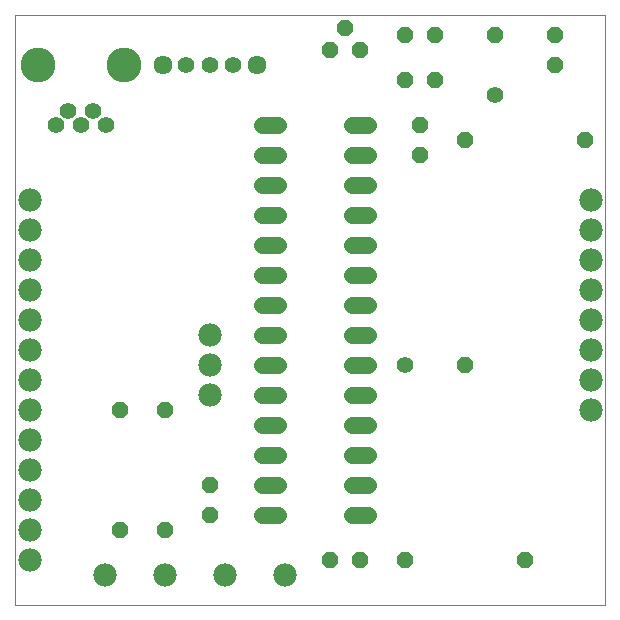
<source format=gbs>
G75*
%MOIN*%
%OFA0B0*%
%FSLAX25Y25*%
%IPPOS*%
%LPD*%
%AMOC8*
5,1,8,0,0,1.08239X$1,22.5*
%
%ADD10C,0.00000*%
%ADD11OC8,0.05600*%
%ADD12C,0.05600*%
%ADD13C,0.05550*%
%ADD14C,0.11620*%
%ADD15C,0.05600*%
%ADD16C,0.07800*%
%ADD17C,0.06337*%
D10*
X0001800Y0001800D02*
X0001800Y0198650D01*
X0198650Y0198650D01*
X0198650Y0001800D01*
X0001800Y0001800D01*
D11*
X0036800Y0026800D03*
X0051800Y0026800D03*
X0066800Y0031800D03*
X0066800Y0041800D03*
X0051800Y0066800D03*
X0036800Y0066800D03*
X0106800Y0016800D03*
X0116800Y0016800D03*
X0131800Y0016800D03*
X0171800Y0016800D03*
X0151800Y0081800D03*
X0136800Y0151800D03*
X0136800Y0161800D03*
X0131800Y0176800D03*
X0141800Y0176800D03*
X0141800Y0191800D03*
X0131800Y0191800D03*
X0116800Y0186800D03*
X0111800Y0194300D03*
X0106800Y0186800D03*
X0151800Y0156800D03*
X0181800Y0181800D03*
X0181800Y0191800D03*
X0161800Y0191800D03*
X0191800Y0156800D03*
D12*
X0161800Y0171800D03*
X0131800Y0081800D03*
D13*
X0032099Y0161721D03*
X0027950Y0166446D03*
X0023800Y0161721D03*
X0019650Y0166446D03*
X0015501Y0161721D03*
X0058926Y0181800D03*
X0066800Y0181800D03*
X0074674Y0181800D03*
D14*
X0038170Y0181800D03*
X0009430Y0181800D03*
D15*
X0084200Y0161800D02*
X0089400Y0161800D01*
X0089400Y0151800D02*
X0084200Y0151800D01*
X0084200Y0141800D02*
X0089400Y0141800D01*
X0089400Y0131800D02*
X0084200Y0131800D01*
X0084200Y0121800D02*
X0089400Y0121800D01*
X0089400Y0111800D02*
X0084200Y0111800D01*
X0084200Y0101800D02*
X0089400Y0101800D01*
X0089400Y0091800D02*
X0084200Y0091800D01*
X0084200Y0081800D02*
X0089400Y0081800D01*
X0089400Y0071800D02*
X0084200Y0071800D01*
X0084200Y0061800D02*
X0089400Y0061800D01*
X0089400Y0051800D02*
X0084200Y0051800D01*
X0084200Y0041800D02*
X0089400Y0041800D01*
X0089400Y0031800D02*
X0084200Y0031800D01*
X0114200Y0031800D02*
X0119400Y0031800D01*
X0119400Y0041800D02*
X0114200Y0041800D01*
X0114200Y0051800D02*
X0119400Y0051800D01*
X0119400Y0061800D02*
X0114200Y0061800D01*
X0114200Y0071800D02*
X0119400Y0071800D01*
X0119400Y0081800D02*
X0114200Y0081800D01*
X0114200Y0091800D02*
X0119400Y0091800D01*
X0119400Y0101800D02*
X0114200Y0101800D01*
X0114200Y0111800D02*
X0119400Y0111800D01*
X0119400Y0121800D02*
X0114200Y0121800D01*
X0114200Y0131800D02*
X0119400Y0131800D01*
X0119400Y0141800D02*
X0114200Y0141800D01*
X0114200Y0151800D02*
X0119400Y0151800D01*
X0119400Y0161800D02*
X0114200Y0161800D01*
D16*
X0066800Y0091800D03*
X0066800Y0081800D03*
X0066800Y0071800D03*
X0071800Y0011800D03*
X0051800Y0011800D03*
X0031800Y0011800D03*
X0006800Y0016800D03*
X0006800Y0026800D03*
X0006800Y0036800D03*
X0006800Y0046800D03*
X0006800Y0056800D03*
X0006800Y0066800D03*
X0006800Y0076800D03*
X0006800Y0086800D03*
X0006800Y0096800D03*
X0006800Y0106800D03*
X0006800Y0116800D03*
X0006800Y0126800D03*
X0006800Y0136800D03*
X0091800Y0011800D03*
X0193800Y0066800D03*
X0193800Y0076800D03*
X0193800Y0086800D03*
X0193800Y0096800D03*
X0193800Y0106800D03*
X0193800Y0116800D03*
X0193800Y0126800D03*
X0193800Y0136800D03*
D17*
X0082548Y0181800D03*
X0051052Y0181800D03*
M02*

</source>
